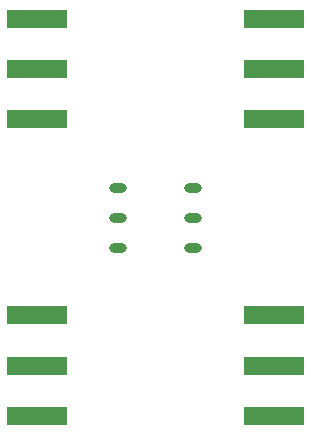
<source format=gbr>
%TF.GenerationSoftware,KiCad,Pcbnew,(7.0.0)*%
%TF.CreationDate,2023-09-17T18:35:59+02:00*%
%TF.ProjectId,lisn-mate,6c69736e-2d6d-4617-9465-2e6b69636164,rev?*%
%TF.SameCoordinates,PX5c887a0PY7eee240*%
%TF.FileFunction,Soldermask,Top*%
%TF.FilePolarity,Negative*%
%FSLAX46Y46*%
G04 Gerber Fmt 4.6, Leading zero omitted, Abs format (unit mm)*
G04 Created by KiCad (PCBNEW (7.0.0)) date 2023-09-17 18:35:59*
%MOMM*%
%LPD*%
G01*
G04 APERTURE LIST*
%ADD10O,1.500000X0.800000*%
%ADD11R,5.080000X1.500000*%
G04 APERTURE END LIST*
D10*
%TO.C,T1*%
X16146999Y17955999D03*
X16146999Y20495999D03*
X16146999Y23035999D03*
X9796999Y23035999D03*
X9796999Y20495999D03*
X9796999Y17955999D03*
%TD*%
D11*
%TO.C,J2*%
X22971999Y7975999D03*
X22971999Y12225999D03*
X22971999Y3725999D03*
%TD*%
%TO.C,J1*%
X22971999Y33095999D03*
X22971999Y37345999D03*
X22971999Y28845999D03*
%TD*%
%TO.C,J4*%
X2971999Y33095999D03*
X2971999Y28845999D03*
X2971999Y37345999D03*
%TD*%
%TO.C,J3*%
X2971999Y7975999D03*
X2971999Y3725999D03*
X2971999Y12225999D03*
%TD*%
M02*

</source>
